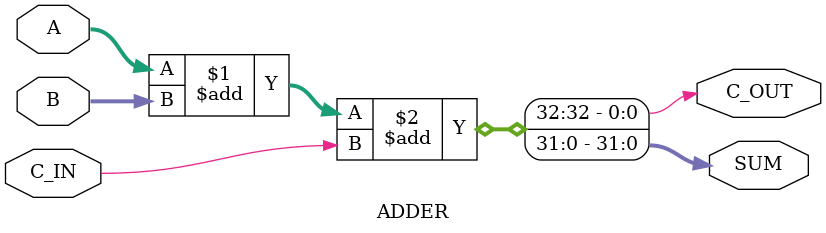
<source format=v>
module ADDER #(parameter BITWIDTH = 32) (
	input wire [BITWIDTH-1:0] A,
	input wire [BITWIDTH-1:0] B,
	input wire C_IN,
	output wire [BITWIDTH-1:0] SUM,
	output wire C_OUT
	
);
assign {C_OUT,SUM} = A + B + C_IN;
endmodule


</source>
